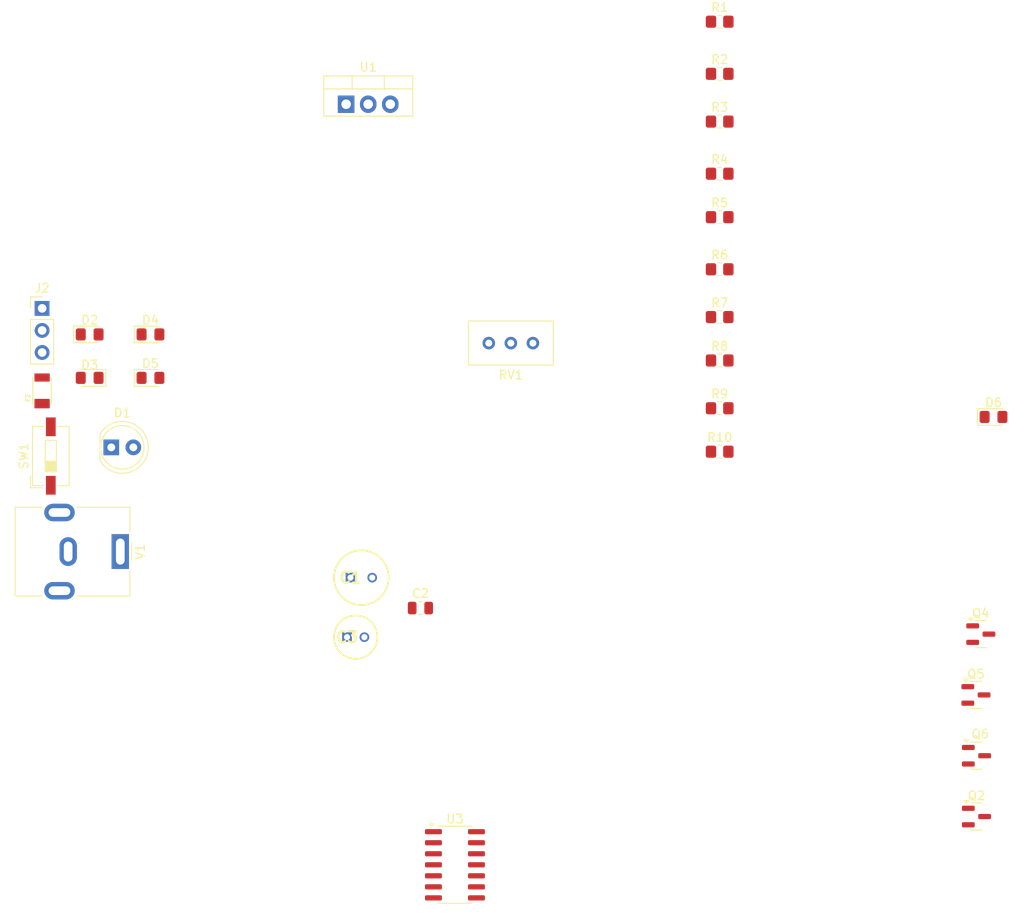
<source format=kicad_pcb>
(kicad_pcb (version 20240108) (generator "pcbnew") (generator_version "8.0")
  (title_block (title "CMPE2150 PWM Generator - nkoirala1") (date "2024-12-15") (rev "0") (company "NAIT CNT") (comment 1 "Naresh Prasad Koirala"))
  (layers (0 "F.Cu" signal) (31 "B.Cu" signal) (34 "B.Paste" user) (35 "F.Paste" user) (36 "B.SilkS" user "B.Silkscreen") (37 "F.SilkS" user "F.Silkscreen") (38 "B.Mask" user) (39 "F.Mask" user) (44 "Edge.Cuts" user))
  (net 0 "")
  (net 1 "GND")
  (net 2 "Net-(Q2-C)")
  (net 3 "Net-(D1-A)")
  (net 4 "Net-(D2-K)")
  (net 5 "Net-(D3-K)")
  (net 6 "GNDPWR")
  (net 7 "Net-(D6-K)")
  (net 8 "Net-(J2-Pin_2)")
  (net 9 "VCC")
  (net 10 "Net-(Q2-E)")
  (net 11 "Net-(Q2-B)")
  (net 12 "Net-(Q4-B)")
  (net 13 "Net-(Q4-C)")
  (net 14 "Net-(Q5-B)")
  (net 15 "Net-(R9-Pad1)")
  (net 16 "VAC")
  (net 17 "Net-(SW1-B)")
  (net 18 "Net-(U3A-+)")
  (footprint "Package_TO_SOT_SMD:SOT-23" (layer "F.Cu") (at 133.5625 100)
    (property "Reference" "Q6" (at 0.4375 -2.5 0) (layer "F.SilkS"))
    (property "Value" "2N3904")
    (fp_line (start 0 -1.56) (end -0.65 -1.56) (stroke (width 0.12)) (layer "F.SilkS"))
    (fp_line (start 0 -1.56) (end 0.65 -1.56) (stroke (width 0.12)) (layer "F.SilkS"))
    (fp_line (start 0 1.56) (end -0.65 1.56) (stroke (width 0.12)) (layer "F.SilkS"))
    (fp_line (start 0 1.56) (end 0.65 1.56) (stroke (width 0.12)) (layer "F.SilkS"))
    (fp_poly (pts (xy -1.1625 -1.51) (xy -1.4025 -1.84) (xy -0.9225 -1.84) (xy -1.1625 -1.51)) (stroke (width 0.12)) (fill solid) (layer "F.SilkS"))
    (pad "1" smd roundrect (at -0.9375 -0.95) (size 1.475 0.6) (layers "F.Cu" "F.Paste" "F.Mask") (net 1 "GND"))
    (pad "2" smd roundrect (at -0.9375 0.95) (size 1.475 0.6) (layers "F.Cu" "F.Paste" "F.Mask") (net 13 "Net-(Q4-C)"))
    (pad "3" smd roundrect (at 0.9375 0) (size 1.475 0.6) (layers "F.Cu" "F.Paste" "F.Mask") (net 2 "Net-(Q2-C)"))
  )
  (footprint "Diode_SMD:D_0805_2012Metric_Pad1.15x1.40mm_HandSolder" (layer "F.Cu") (at 31.475 56.5 180)
    (property "Reference" "D3" (at 0 1.5 0) (layer "F.SilkS"))
    (property "Value" "1N4005G")
    (fp_line (start 1 -0.96) (end -1.86 -0.96) (stroke (width 0.12)) (layer "F.SilkS"))
    (fp_line (start -1.86 0.96) (end 1 0.96) (stroke (width 0.12)) (layer "F.SilkS"))
    (fp_line (start -1.86 -0.96) (end -1.86 0.96) (stroke (width 0.12)) (layer "F.SilkS"))
    (pad "1" smd roundrect (at -1.025 0 180) (size 1.15 1.4) (layers "F.Cu" "F.Paste" "F.Mask") (roundrect_rratio 0.217391) (net 5 "Net-(D3-K)"))
    (pad "2" smd roundrect (at 1.025 0 180) (size 1.15 1.4) (layers "F.Cu" "F.Paste" "F.Mask") (roundrect_rratio 0.217391) (net 4 "Net-(D2-K)"))
  )
  (footprint "Resistor_SMD:R_0805_2012Metric_Pad1.20x1.40mm_HandSolder" (layer "F.Cu") (at 104 33)
    (property "Reference" "R4" (at 0 -1.65 0) (layer "F.SilkS"))
    (property "Value" "10kΩ")
    (fp_line (start -0.227064 -0.735) (end 0.227064 -0.735) (stroke (width 0.12)) (layer "F.SilkS"))
    (fp_line (start -0.227064 0.735) (end 0.227064 0.735) (stroke (width 0.12)) (layer "F.SilkS"))
    (pad "1" smd roundrect (at -1 0) (size 1.2 1.4) (layers "F.Cu" "F.Paste" "F.Mask") (roundrect_rratio 0.208333) (net 9 "VCC"))
    (pad "2" smd roundrect (at 1 0) (size 1.2 1.4) (layers "F.Cu" "F.Paste" "F.Mask") (roundrect_rratio 0.208333) (net 13 "Net-(Q4-C)"))
  )
  (footprint "Connector_PinHeader_2.54mm:PinHeader_1x03_P2.54mm_Vertical" (layer "F.Cu") (at 26 48.5)
    (property "Reference" "J2" (at 0 -2.33 0) (layer "F.SilkS"))
    (property "Value" "Conn_01x03_Pin")
    (fp_line (start -1.33 -1.33) (end 0 -1.33) (stroke (width 0.12)) (layer "F.SilkS"))
    (fp_line (start -1.33 0) (end -1.33 -1.33) (stroke (width 0.12)) (layer "F.SilkS"))
    (fp_line (start -1.33 1.27) (end -1.33 6.41) (stroke (width 0.12)) (layer "F.SilkS"))
    (fp_line (start -1.33 1.27) (end 1.33 1.27) (stroke (width 0.12)) (layer "F.SilkS"))
    (fp_line (start -1.33 6.41) (end 1.33 6.41) (stroke (width 0.12)) (layer "F.SilkS"))
    (fp_line (start 1.33 1.27) (end 1.33 6.41) (stroke (width 0.12)) (layer "F.SilkS"))
    (pad "1" thru_hole rect (at 0 0) (size 1.7 1.7) (drill 1) (layers "*.Cu" "*.Mask") (net 1 "GND"))
    (pad "2" thru_hole oval (at 0 2.54) (size 1.7 1.7) (drill 1) (layers "*.Cu" "*.Mask") (net 8 "Net-(J2-Pin_2)"))
    (pad "3" thru_hole oval (at 0 5.08) (size 1.7 1.7) (drill 1) (layers "*.Cu" "*.Mask") (net 9 "VCC"))
  )
  (footprint "Package_SO:SOIC-14_3.9x8.7mm_P1.27mm" (layer "F.Cu") (at 73.525 112.555)
    (property "Reference" "U3" (at 0 -5.28 0) (layer "F.SilkS"))
    (property "Value" "LM339")
    (fp_line (start 0 -4.435) (end -1.95 -4.435) (stroke (width 0.12)) (layer "F.SilkS"))
    (fp_line (start 0 -4.435) (end 1.95 -4.435) (stroke (width 0.12)) (layer "F.SilkS"))
    (fp_line (start 0 4.435) (end -1.95 4.435) (stroke (width 0.12)) (layer "F.SilkS"))
    (fp_line (start 0 4.435) (end 1.95 4.435) (stroke (width 0.12)) (layer "F.SilkS"))
    (fp_poly (pts (xy -2.7 -4.37) (xy -2.94 -4.7) (xy -2.46 -4.7) (xy -2.7 -4.37)) (stroke (width 0.12)) (fill solid) (layer "F.SilkS"))
    (pad "1" smd roundrect (at -2.475 -3.81) (size 1.95 0.6) (layers "F.Cu" "F.Paste" "F.Mask"))
    (pad "2" smd roundrect (at -2.475 -2.54) (size 1.95 0.6) (layers "F.Cu" "F.Paste" "F.Mask") (net 15 "Net-(R9-Pad1)"))
    (pad "3" smd roundrect (at -2.475 -1.27) (size 1.95 0.6) (layers "F.Cu" "F.Paste" "F.Mask") (net 9 "VCC"))
    (pad "4" smd roundrect (at -2.475 0) (size 1.95 0.6) (layers "F.Cu" "F.Paste" "F.Mask") (net 2 "Net-(Q2-C)"))
    (pad "5" smd roundrect (at -2.475 1.27) (size 1.95 0.6) (layers "F.Cu" "F.Paste" "F.Mask") (net 18 "Net-(U3A-+)"))
    (pad "6" smd roundrect (at -2.475 2.54) (size 1.95 0.6) (layers "F.Cu" "F.Paste" "F.Mask"))
    (pad "7" smd roundrect (at -2.475 3.81) (size 1.95 0.6) (layers "F.Cu" "F.Paste" "F.Mask"))
    (pad "8" smd roundrect (at 2.475 3.81) (size 1.95 0.6) (layers "F.Cu" "F.Paste" "F.Mask"))
    (pad "9" smd roundrect (at 2.475 2.54) (size 1.95 0.6) (layers "F.Cu" "F.Paste" "F.Mask"))
    (pad "10" smd roundrect (at 2.475 1.27) (size 1.95 0.6) (layers "F.Cu" "F.Paste" "F.Mask"))
    (pad "11" smd roundrect (at 2.475 0) (size 1.95 0.6) (layers "F.Cu" "F.Paste" "F.Mask"))
    (pad "12" smd roundrect (at 2.475 -1.27) (size 1.95 0.6) (layers "F.Cu" "F.Paste" "F.Mask") (net 1 "GND"))
    (pad "13" smd roundrect (at 2.475 -2.54) (size 1.95 0.6) (layers "F.Cu" "F.Paste" "F.Mask"))
    (pad "14" smd roundrect (at 2.475 -3.81) (size 1.95 0.6) (layers "F.Cu" "F.Paste" "F.Mask"))
  )
  (footprint "Potentiometer_THT:Potentiometer_Bourns_3296W_Vertical" (layer "F.Cu") (at 77.42 52.5 180)
    (property "Reference" "RV1" (at -2.54 -3.66 0) (layer "F.SilkS"))
    (property "Value" "5kΩ")
    (fp_line (start 2.345 -2.53) (end 2.345 2.54) (stroke (width 0.12)) (layer "F.SilkS"))
    (fp_line (start -7.425 2.54) (end 2.345 2.54) (stroke (width 0.12)) (layer "F.SilkS"))
    (fp_line (start -7.425 -2.53) (end 2.345 -2.53) (stroke (width 0.12)) (layer "F.SilkS"))
    (fp_line (start -7.425 -2.53) (end -7.425 2.54) (stroke (width 0.12)) (layer "F.SilkS"))
    (pad "1" thru_hole circle (at 0 0 180) (size 1.44 1.44) (drill 0.8) (layers "*.Cu" "*.Mask") (net 18 "Net-(U3A-+)"))
    (pad "2" thru_hole circle (at -2.54 0 180) (size 1.44 1.44) (drill 0.8) (layers "*.Cu" "*.Mask") (net 1 "GND"))
    (pad "3" thru_hole circle (at -5.08 0 180) (size 1.44 1.44) (drill 0.8) (layers "*.Cu" "*.Mask") (net 1 "GND"))
  )
  (footprint "Resistor_SMD:R_0805_2012Metric_Pad1.20x1.40mm_HandSolder" (layer "F.Cu") (at 104 44)
    (property "Reference" "R6" (at 0 -1.65 0) (layer "F.SilkS"))
    (property "Value" "390kΩ")
    (fp_line (start -0.227064 -0.735) (end 0.227064 -0.735) (stroke (width 0.12)) (layer "F.SilkS"))
    (fp_line (start -0.227064 0.735) (end 0.227064 0.735) (stroke (width 0.12)) (layer "F.SilkS"))
    (pad "1" smd roundrect (at -1 0) (size 1.2 1.4) (layers "F.Cu" "F.Paste" "F.Mask") (roundrect_rratio 0.208333) (net 11 "Net-(Q2-B)"))
    (pad "2" smd roundrect (at 1 0) (size 1.2 1.4) (layers "F.Cu" "F.Paste" "F.Mask") (roundrect_rratio 0.208333) (net 1 "GND"))
  )
  (footprint "Resistor_SMD:R_0805_2012Metric_Pad1.20x1.40mm_HandSolder" (layer "F.Cu") (at 104 38)
    (property "Reference" "R5" (at 0 -1.65 0) (layer "F.SilkS"))
    (property "Value" "220kΩ")
    (fp_line (start -0.227064 -0.735) (end 0.227064 -0.735) (stroke (width 0.12)) (layer "F.SilkS"))
    (fp_line (start -0.227064 0.735) (end 0.227064 0.735) (stroke (width 0.12)) (layer "F.SilkS"))
    (pad "1" smd roundrect (at -1 0) (size 1.2 1.4) (layers "F.Cu" "F.Paste" "F.Mask") (roundrect_rratio 0.208333) (net 9 "VCC"))
    (pad "2" smd roundrect (at 1 0) (size 1.2 1.4) (layers "F.Cu" "F.Paste" "F.Mask") (roundrect_rratio 0.208333) (net 11 "Net-(Q2-B)"))
  )
  (footprint "Wurth_Elektronik_10uf:Wurth_Elektronik_10uf" (layer "F.Cu") (at 61.1 86.35)
    (property "Reference" "C3" (at 0 0 0) (layer "F.SilkS") (effects (font (size 1.27 1.27) (thickness 0.254))))
    (property "Value" "10uF" (hide yes))
    (fp_circle (center 1 0) (end 1 2.5) (stroke (width 0.2)) (fill none) (layer "F.SilkS"))
    (pad "1" thru_hole rect (at 0 0) (size 1.1 1.1) (drill 0.7) (layers "*.Cu" "*.Mask") (net 9 "VCC"))
    (pad "2" thru_hole circle (at 2 0) (size 1.1 1.1) (drill 0.7) (layers "*.Cu" "*.Mask") (net 1 "GND"))
  )
  (footprint "Package_TO_SOT_SMD:SOT-23" (layer "F.Cu") (at 133.5625 107)
    (property "Reference" "Q2" (at 0 -2.4 0) (layer "F.SilkS"))
    (property "Value" "2N3906")
    (fp_line (start 0 -1.56) (end -0.65 -1.56) (stroke (width 0.12)) (layer "F.SilkS"))
    (fp_line (start 0 -1.56) (end 0.65 -1.56) (stroke (width 0.12)) (layer "F.SilkS"))
    (fp_line (start 0 1.56) (end -0.65 1.56) (stroke (width 0.12)) (layer "F.SilkS"))
    (fp_line (start 0 1.56) (end 0.65 1.56) (stroke (width 0.12)) (layer "F.SilkS"))
    (fp_poly (pts (xy -1.1625 -1.51) (xy -1.4025 -1.84) (xy -0.9225 -1.84) (xy -1.1625 -1.51)) (stroke (width 0.12)) (fill solid) (layer "F.SilkS"))
    (pad "1" smd roundrect (at -0.9375 -0.95) (size 1.475 0.6) (layers "F.Cu" "F.Paste" "F.Mask") (net 2 "Net-(Q2-C)"))
    (pad "2" smd roundrect (at -0.9375 0.95) (size 1.475 0.6) (layers "F.Cu" "F.Paste" "F.Mask") (net 11 "Net-(Q2-B)"))
    (pad "3" smd roundrect (at 0.9375 0) (size 1.475 0.6) (layers "F.Cu" "F.Paste" "F.Mask") (net 10 "Net-(Q2-E)"))
  )
  (footprint "Package_TO_SOT_THT:TO-220-3_Vertical" (layer "F.Cu") (at 61 25)
    (property "Reference" "U1" (at 2.54 -4.27 0) (layer "F.SilkS"))
    (property "Value" "LM7805_TO220")
    (fp_line (start -2.58 -3.27) (end -2.58 1.371) (stroke (width 0.12)) (layer "F.SilkS"))
    (fp_line (start -2.58 -3.27) (end 7.66 -3.27) (stroke (width 0.12)) (layer "F.SilkS"))
    (fp_line (start -2.58 -1.76) (end 7.66 -1.76) (stroke (width 0.12)) (layer "F.SilkS"))
    (fp_line (start -2.58 1.371) (end 7.66 1.371) (stroke (width 0.12)) (layer "F.SilkS"))
    (fp_line (start 0.69 -3.27) (end 0.69 -1.76) (stroke (width 0.12)) (layer "F.SilkS"))
    (fp_line (start 4.391 -3.27) (end 4.391 -1.76) (stroke (width 0.12)) (layer "F.SilkS"))
    (fp_line (start 7.66 -3.27) (end 7.66 1.371) (stroke (width 0.12)) (layer "F.SilkS"))
    (pad "1" thru_hole rect (at 0 0) (size 1.905 2) (drill 1.1) (layers "*.Cu" "*.Mask") (net 7 "Net-(D6-K)"))
    (pad "2" thru_hole oval (at 2.54 0) (size 1.905 2) (drill 1.1) (layers "*.Cu" "*.Mask") (net 1 "GND"))
    (pad "3" thru_hole oval (at 5.08 0) (size 1.905 2) (drill 1.1) (layers "*.Cu" "*.Mask") (net 9 "VCC"))
  )
  (footprint "Capacitor_SMD:C_0805_2012Metric" (layer "F.Cu") (at 69.55 83)
    (property "Reference" "C2" (at 0 -1.68 0) (layer "F.SilkS"))
    (property "Value" "0.1uF")
    (fp_line (start -0.261252 -0.735) (end 0.261252 -0.735) (stroke (width 0.12)) (layer "F.SilkS"))
    (fp_line (start -0.261252 0.735) (end 0.261252 0.735) (stroke (width 0.12)) (layer "F.SilkS"))
    (pad "1" smd roundrect (at -0.95 0) (size 1 1.45) (layers "F.Cu" "F.Paste" "F.Mask") (net 2 "Net-(Q2-C)"))
    (pad "2" smd roundrect (at 0.95 0) (size 1 1.45) (layers "F.Cu" "F.Paste" "F.Mask") (net 1 "GND"))
  )
  (footprint "Button_Switch_SMD:SW_DIP_SPSTx01_Slide_6.7x4.1mm_W6.73mm_P2.54mm_LowProfile_JPin" (layer "F.Cu") (at 27 65.5 90)
    (property "Reference" "SW1" (at 0 -3.11 90) (layer "F.SilkS"))
    (property "Value" "SW_SPST")
    (fp_line (start -3.65 -2.35) (end -2.267 -2.35) (stroke (width 0.12)) (layer "F.SilkS"))
    (fp_line (start -3.65 -2.35) (end -3.65 -0.967) (stroke (width 0.12)) (layer "F.SilkS"))
    (fp_line (start 3.41 -2.11) (end 3.41 -0.8) (stroke (width 0.12)) (layer "F.SilkS"))
    (fp_line (start -3.41 -2.11) (end 3.41 -2.11) (stroke (width 0.12)) (layer "F.SilkS"))
    (fp_line (start -3.41 -2.11) (end -3.41 -0.8) (stroke (width 0.12)) (layer "F.SilkS"))
    (fp_line (start 1.81 -0.635) (end -1.81 -0.635) (stroke (width 0.12)) (layer "F.SilkS"))
    (fp_line (start -0.603333 -0.635) (end -0.603333 0.635) (stroke (width 0.12)) (layer "F.SilkS"))
    (fp_line (start -1.81 -0.635) (end -1.81 0.635) (stroke (width 0.12)) (layer "F.SilkS"))
    (fp_line (start -1.81 -0.515) (end -0.603333 -0.515) (stroke (width 0.12)) (layer "F.SilkS"))
    (fp_line (start -1.81 -0.395) (end -0.603333 -0.395) (stroke (width 0.12)) (layer "F.SilkS"))
    (fp_line (start -1.81 -0.275) (end -0.603333 -0.275) (stroke (width 0.12)) (layer "F.SilkS"))
    (fp_line (start -1.81 -0.155) (end -0.603333 -0.155) (stroke (width 0.12)) (layer "F.SilkS"))
    (fp_line (start -1.81 -0.035) (end -0.603333 -0.035) (stroke (width 0.12)) (layer "F.SilkS"))
    (fp_line (start -1.81 0.085) (end -0.603333 0.085) (stroke (width 0.12)) (layer "F.SilkS"))
    (fp_line (start -1.81 0.205) (end -0.603333 0.205) (stroke (width 0.12)) (layer "F.SilkS"))
    (fp_line (start -1.81 0.325) (end -0.603333 0.325) (stroke (width 0.12)) (layer "F.SilkS"))
    (fp_line (start -1.81 0.445) (end -0.603333 0.445) (stroke (width 0.12)) (layer "F.SilkS"))
    (fp_line (start -1.81 0.565) (end -0.603333 0.565) (stroke (width 0.12)) (layer "F.SilkS"))
    (fp_line (start 1.81 0.635) (end 1.81 -0.635) (stroke (width 0.12)) (layer "F.SilkS"))
    (fp_line (start -1.81 0.635) (end 1.81 0.635) (stroke (width 0.12)) (layer "F.SilkS"))
    (fp_line (start 3.41 0.8) (end 3.41 2.11) (stroke (width 0.12)) (layer "F.SilkS"))
    (fp_line (start -3.41 0.8) (end -3.41 2.11) (stroke (width 0.12)) (layer "F.SilkS"))
    (fp_line (start -3.41 2.11) (end 3.41 2.11) (stroke (width 0.12)) (layer "F.SilkS"))
    (pad "1" smd rect (at -3.365 0 90) (size 2.16 1.12) (layers "F.Cu" "F.Paste" "F.Mask") (net 16 "VAC"))
    (pad "2" smd rect (at 3.365 0 90) (size 2.16 1.12) (layers "F.Cu" "F.Paste" "F.Mask") (net 17 "Net-(SW1-B)"))
  )
  (footprint "Diode_SMD:D_0805_2012Metric_Pad1.15x1.40mm_HandSolder" (layer "F.Cu") (at 31.475 51.5)
    (property "Reference" "D2" (at 0 -1.65 0) (layer "F.SilkS"))
    (property "Value" "1N4005G")
    (fp_line (start -1.86 -0.96) (end -1.86 0.96) (stroke (width 0.12)) (layer "F.SilkS"))
    (fp_line (start -1.86 0.96) (end 1 0.96) (stroke (width 0.12)) (layer "F.SilkS"))
    (fp_line (start 1 -0.96) (end -1.86 -0.96) (stroke (width 0.12)) (layer "F.SilkS"))
    (pad "1" smd roundrect (at -1.025 0) (size 1.15 1.4) (layers "F.Cu" "F.Paste" "F.Mask") (roundrect_rratio 0.217391) (net 4 "Net-(D2-K)"))
    (pad "2" smd roundrect (at 1.025 0) (size 1.15 1.4) (layers "F.Cu" "F.Paste" "F.Mask") (roundrect_rratio 0.217391) (net 1 "GND"))
  )
  (footprint "NANOSMDC016F-2:RESC3115X65N" (layer "F.Cu") (at 26 58 90)
    (property "Reference" "F2" (at -0.813098 -1.643511 90) (layer "F.SilkS") (effects (font (size 0.48104 0.48104))))
    (property "Value" "0.5_AMP")
    (fp_line (start -1.55 -1.065) (end 1.55 -1.065) (stroke (width 0.127)) (layer "F.SilkS"))
    (fp_line (start -1.55 1.065) (end 1.55 1.065) (stroke (width 0.127)) (layer "F.SilkS"))
    (pad "1" smd roundrect (at -1.465 0 90) (size 1.09 1.77) (layers "F.Cu" "F.Paste" "F.Mask") (roundrect_rratio 0.07) (net 17 "Net-(SW1-B)"))
    (pad "2" smd roundrect (at 1.54 0 90) (size 0.94 1.77) (layers "F.Cu" "F.Paste" "F.Mask") (roundrect_rratio 0.07) (net 4 "Net-(D2-K)"))
  )
  (footprint "Resistor_SMD:R_0805_2012Metric_Pad1.20x1.40mm_HandSolder" (layer "F.Cu") (at 104 54.5)
    (property "Reference" "R8" (at 0 -1.65 0) (layer "F.SilkS"))
    (property "Value" "2.2kΩ")
    (fp_line (start -0.227064 -0.735) (end 0.227064 -0.735) (stroke (width 0.12)) (layer "F.SilkS"))
    (fp_line (start -0.227064 0.735) (end 0.227064 0.735) (stroke (width 0.12)) (layer "F.SilkS"))
    (pad "1" smd roundrect (at -1 0) (size 1.2 1.4) (layers "F.Cu" "F.Paste" "F.Mask") (roundrect_rratio 0.208333) (net 9 "VCC"))
    (pad "2" smd roundrect (at 1 0) (size 1.2 1.4) (layers "F.Cu" "F.Paste" "F.Mask") (roundrect_rratio 0.208333) (net 18 "Net-(U3A-+)"))
  )
  (footprint "Resistor_SMD:R_0805_2012Metric_Pad1.20x1.40mm_HandSolder" (layer "F.Cu") (at 104 60)
    (property "Reference" "R9" (at 0 -1.65 0) (layer "F.SilkS"))
    (property "Value" "8.2kΩ")
    (fp_line (start -0.227064 -0.735) (end 0.227064 -0.735) (stroke (width 0.12)) (layer "F.SilkS"))
    (fp_line (start -0.227064 0.735) (end 0.227064 0.735) (stroke (width 0.12)) (layer "F.SilkS"))
    (pad "1" smd roundrect (at -1 0) (size 1.2 1.4) (layers "F.Cu" "F.Paste" "F.Mask") (roundrect_rratio 0.208333) (net 15 "Net-(R9-Pad1)"))
    (pad "2" smd roundrect (at 1 0) (size 1.2 1.4) (layers "F.Cu" "F.Paste" "F.Mask") (roundrect_rratio 0.208333) (net 14 "Net-(Q5-B)"))
  )
  (footprint "Diode_SMD:D_0805_2012Metric_Pad1.15x1.40mm_HandSolder" (layer "F.Cu") (at 38.475 56.5)
    (property "Reference" "D5" (at 0 -1.65 0) (layer "F.SilkS"))
    (property "Value" "1N4005G")
    (fp_line (start -1.86 -0.96) (end -1.86 0.96) (stroke (width 0.12)) (layer "F.SilkS"))
    (fp_line (start -1.86 0.96) (end 1 0.96) (stroke (width 0.12)) (layer "F.SilkS"))
    (fp_line (start 1 -0.96) (end -1.86 -0.96) (stroke (width 0.12)) (layer "F.SilkS"))
    (pad "1" smd roundrect (at -1.025 0) (size 1.15 1.4) (layers "F.Cu" "F.Paste" "F.Mask") (roundrect_rratio 0.217391) (net 5 "Net-(D3-K)"))
    (pad "2" smd roundrect (at 1.025 0) (size 1.15 1.4) (layers "F.Cu" "F.Paste" "F.Mask") (roundrect_rratio 0.217391) (net 6 "GNDPWR"))
  )
  (footprint "LED_THT:LED_D5.0mm" (layer "F.Cu") (at 33.96 64.5)
    (property "Reference" "D1" (at 1.27 -3.96 0) (layer "F.SilkS"))
    (property "Value" "GREEN")
    (fp_line (start -1.29 -1.545) (end -1.29 1.545) (stroke (width 0.12)) (layer "F.SilkS"))
    (fp_arc (start -1.29 -1.54483) (mid 2.072002 -2.880433) (end 4.26 0.000462) (stroke (width 0.12)) (layer "F.SilkS"))
    (fp_arc (start 4.26 -0.000462) (mid 2.072002 2.880433) (end -1.29 1.54483) (stroke (width 0.12)) (layer "F.SilkS"))
    (fp_circle (center 1.27 0) (end 3.77 0) (stroke (width 0.12)) (fill none) (layer "F.SilkS"))
    (pad "1" thru_hole rect (at 0 0) (size 1.8 1.8) (drill 0.9) (layers "*.Cu" "*.Mask") (net 1 "GND"))
    (pad "2" thru_hole circle (at 2.54 0) (size 1.8 1.8) (drill 0.9) (layers "*.Cu" "*.Mask") (net 3 "Net-(D1-A)"))
  )
  (footprint "Connector_BarrelJack:BarrelJack_CUI_PJ-063AH_Horizontal" (layer "F.Cu") (at 35 76.5 -90)
    (property "Reference" "V1" (at 0 -2.3 90) (layer "F.SilkS"))
    (property "Value" "VSIN")
    (fp_line (start -5.11 12.11) (end -5.11 9.05) (stroke (width 0.12)) (layer "F.SilkS"))
    (fp_line (start 5.11 12.11) (end -5.11 12.11) (stroke (width 0.12)) (layer "F.SilkS"))
    (fp_line (start 5.11 9.05) (end 5.11 12.11) (stroke (width 0.12)) (layer "F.SilkS"))
    (fp_line (start -5.11 4.95) (end -5.11 -1.11) (stroke (width 0.12)) (layer "F.SilkS"))
    (fp_line (start -5.11 -1.11) (end -2.3 -1.11) (stroke (width 0.12)) (layer "F.SilkS"))
    (fp_line (start 2.3 -1.11) (end 5.11 -1.11) (stroke (width 0.12)) (layer "F.SilkS"))
    (fp_line (start 5.11 -1.11) (end 5.11 4.95) (stroke (width 0.12)) (layer "F.SilkS"))
    (fp_line (start -1 -1.3) (end 1 -1.3) (stroke (width 0.12)) (layer "F.SilkS"))
    (pad "" np_thru_hole circle (at 0 9 270) (size 1.6 1.6) (drill 1.6) (layers "*.Cu" "*.Mask"))
    (pad "1" thru_hole rect (at 0 0 270) (size 4 2) (drill oval 3 1) (layers "*.Cu" "*.Mask") (net 16 "VAC"))
    (pad "2" thru_hole oval (at 0 6 270) (size 3.3 2) (drill oval 2.3 1) (layers "*.Cu" "*.Mask") (net 6 "GNDPWR"))
    (pad "MP" thru_hole oval (at -4.5 7 270) (size 2 3.5) (drill oval 1 2.5) (layers "*.Cu" "*.Mask"))
    (pad "MP" thru_hole oval (at 4.5 7 270) (size 2 3.5) (drill oval 1 2.5) (layers "*.Cu" "*.Mask"))
  )
  (footprint "Resistor_SMD:R_0805_2012Metric_Pad1.20x1.40mm_HandSolder" (layer "F.Cu") (at 104 65)
    (property "Reference" "R10" (at 0 -1.65 0) (layer "F.SilkS"))
    (property "Value" "180Ω")
    (fp_line (start -0.227064 -0.735) (end 0.227064 -0.735) (stroke (width 0.12)) (layer "F.SilkS"))
    (fp_line (start -0.227064 0.735) (end 0.227064 0.735) (stroke (width 0.12)) (layer "F.SilkS"))
    (pad "1" smd roundrect (at -1 0) (size 1.2 1.4) (layers "F.Cu" "F.Paste" "F.Mask") (roundrect_rratio 0.208333) (net 8 "Net-(J2-Pin_2)"))
    (pad "2" smd roundrect (at 1 0) (size 1.2 1.4) (layers "F.Cu" "F.Paste" "F.Mask") (roundrect_rratio 0.208333) (net 1 "GND"))
  )
  (footprint "Resistor_SMD:R_0805_2012Metric_Pad1.20x1.40mm_HandSolder" (layer "F.Cu") (at 104 49.5)
    (property "Reference" "R7" (at 0 -1.65 0) (layer "F.SilkS"))
    (property "Value" "22kΩ")
    (fp_line (start -0.227064 -0.735) (end 0.227064 -0.735) (stroke (width 0.12)) (layer "F.SilkS"))
    (fp_line (start -0.227064 0.735) (end 0.227064 0.735) (stroke (width 0.12)) (layer "F.SilkS"))
    (pad "1" smd roundrect (at -1 0) (size 1.2 1.4) (layers "F.Cu" "F.Paste" "F.Mask") (roundrect_rratio 0.208333) (net 9 "VCC"))
    (pad "2" smd roundrect (at 1 0) (size 1.2 1.4) (layers "F.Cu" "F.Paste" "F.Mask") (roundrect_rratio 0.208333) (net 10 "Net-(Q2-E)"))
  )
  (footprint "Resistor_SMD:R_0805_2012Metric_Pad1.20x1.40mm_HandSolder" (layer "F.Cu") (at 104 15.5)
    (property "Reference" "R1" (at 0 -1.65 0) (layer "F.SilkS"))
    (property "Value" "2.2kΩ")
    (fp_line (start -0.227064 -0.735) (end 0.227064 -0.735) (stroke (width 0.12)) (layer "F.SilkS"))
    (fp_line (start -0.227064 0.735) (end 0.227064 0.735) (stroke (width 0.12)) (layer "F.SilkS"))
    (pad "1" smd roundrect (at -1 0) (size 1.2 1.4) (layers "F.Cu" "F.Paste" "F.Mask") (roundrect_rratio 0.208333) (net 5 "Net-(D3-K)"))
    (pad "2" smd roundrect (at 1 0) (size 1.2 1.4) (layers "F.Cu" "F.Paste" "F.Mask") (roundrect_rratio 0.208333) (net 1 "GND"))
  )
  (footprint "Diode_SMD:D_0805_2012Metric_Pad1.15x1.40mm_HandSolder" (layer "F.Cu") (at 38.475 51.5)
    (property "Reference" "D4" (at 0 -1.65 0) (layer "F.SilkS"))
    (property "Value" "1N4005G")
    (fp_line (start -1.86 -0.96) (end -1.86 0.96) (stroke (width 0.12)) (layer "F.SilkS"))
    (fp_line (start -1.86 0.96) (end 1 0.96) (stroke (width 0.12)) (layer "F.SilkS"))
    (fp_line (start 1 -0.96) (end -1.86 -0.96) (stroke (width 0.12)) (layer "F.SilkS"))
    (pad "1" smd roundrect (at -1.025 0) (size 1.15 1.4) (layers "F.Cu" "F.Paste" "F.Mask") (roundrect_rratio 0.217391) (net 6 "GNDPWR"))
    (pad "2" smd roundrect (at 1.025 0) (size 1.15 1.4) (layers "F.Cu" "F.Paste" "F.Mask") (roundrect_rratio 0.217391) (net 1 "GND"))
  )
  (footprint "Resistor_SMD:R_0805_2012Metric_Pad1.20x1.40mm_HandSolder" (layer "F.Cu") (at 104 27)
    (property "Reference" "R3" (at 0 -1.65 0) (layer "F.SilkS"))
    (property "Value" "330Ω")
    (fp_line (start -0.227064 -0.735) (end 0.227064 -0.735) (stroke (width 0.12)) (layer "F.SilkS"))
    (fp_line (start -0.227064 0.735) (end 0.227064 0.735) (stroke (width 0.12)) (layer "F.SilkS"))
    (pad "1" smd roundrect (at -1 0) (size 1.2 1.4) (layers "F.Cu" "F.Paste" "F.Mask") (roundrect_rratio 0.208333) (net 9 "VCC"))
    (pad "2" smd roundrect (at 1 0) (size 1.2 1.4) (layers "F.Cu" "F.Paste" "F.Mask") (roundrect_rratio 0.208333) (net 3 "Net-(D1-A)"))
  )
  (footprint "Package_TO_SOT_SMD:SOT-23" (layer "F.Cu") (at 133.5 93)
    (property "Reference" "Q5" (at 0 -2.4 0) (layer "F.SilkS"))
    (property "Value" "2N3906")
    (fp_line (start 0 -1.56) (end -0.65 -1.56) (stroke (width 0.12)) (layer "F.SilkS"))
    (fp_line (start 0 -1.56) (end 0.65 -1.56) (stroke (width 0.12)) (layer "F.SilkS"))
    (fp_line (start 0 1.56) (end -0.65 1.56) (stroke (width 0.12)) (layer "F.SilkS"))
    (fp_line (start 0 1.56) (end 0.65 1.56) (stroke (width 0.12)) (layer "F.SilkS"))
    (fp_poly (pts (xy -1.1625 -1.51) (xy -1.4025 -1.84) (xy -0.9225 -1.84) (xy -1.1625 -1.51)) (stroke (width 0.12)) (fill solid) (layer "F.SilkS"))
    (pad "1" smd roundrect (at -0.9375 -0.95) (size 1.475 0.6) (layers "F.Cu" "F.Paste" "F.Mask") (net 9 "VCC"))
    (pad "2" smd roundrect (at -0.9375 0.95) (size 1.475 0.6) (layers "F.Cu" "F.Paste" "F.Mask") (net 14 "Net-(Q5-B)"))
    (pad "3" smd roundrect (at 0.9375 0) (size 1.475 0.6) (layers "F.Cu" "F.Paste" "F.Mask") (net 8 "Net-(J2-Pin_2)"))
  )
  (footprint "Diode_SMD:D_0805_2012Metric_Pad1.15x1.40mm_HandSolder" (layer "F.Cu") (at 135.525 61)
    (property "Reference" "D6" (at 0 -1.65 0) (layer "F.SilkS"))
    (property "Value" "1N4005G")
    (fp_line (start -1.86 -0.96) (end -1.86 0.96) (stroke (width 0.12)) (layer "F.SilkS"))
    (fp_line (start -1.86 0.96) (end 1 0.96) (stroke (width 0.12)) (layer "F.SilkS"))
    (fp_line (start 1 -0.96) (end -1.86 -0.96) (stroke (width 0.12)) (layer "F.SilkS"))
    (pad "1" smd roundrect (at -1.025 0) (size 1.15 1.4) (layers "F.Cu" "F.Paste" "F.Mask") (roundrect_rratio 0.217391) (net 7 "Net-(D6-K)"))
    (pad "2" smd roundrect (at 1.025 0) (size 1.15 1.4) (layers "F.Cu" "F.Paste" "F.Mask") (roundrect_rratio 0.217391) (net 5 "Net-(D3-K)"))
  )
  (footprint "Resistor_SMD:R_0805_2012Metric_Pad1.20x1.40mm_HandSolder" (layer "F.Cu") (at 104 21.5)
    (property "Reference" "R2" (at 0 -1.65 0) (layer "F.SilkS"))
    (property "Value" "1MΩ")
    (fp_line (start -0.227064 -0.735) (end 0.227064 -0.735) (stroke (width 0.12)) (layer "F.SilkS"))
    (fp_line (start -0.227064 0.735) (end 0.227064 0.735) (stroke (width 0.12)) (layer "F.SilkS"))
    (pad "1" smd roundrect (at -1 0) (size 1.2 1.4) (layers "F.Cu" "F.Paste" "F.Mask") (roundrect_rratio 0.208333) (net 5 "Net-(D3-K)"))
    (pad "2" smd roundrect (at 1 0) (size 1.2 1.4) (layers "F.Cu" "F.Paste" "F.Mask") (roundrect_rratio 0.208333) (net 12 "Net-(Q4-B)"))
  )
  (footprint "Package_TO_SOT_SMD:SOT-23" (layer "F.Cu") (at 134.0625 86)
    (property "Reference" "Q4" (at 0 -2.4 0) (layer "F.SilkS"))
    (property "Value" "2N3904")
    (fp_line (start 0 -1.56) (end -0.65 -1.56) (stroke (width 0.12)) (layer "F.SilkS"))
    (fp_line (start 0 -1.56) (end 0.65 -1.56) (stroke (width 0.12)) (layer "F.SilkS"))
    (fp_line (start 0 1.56) (end -0.65 1.56) (stroke (width 0.12)) (layer "F.SilkS"))
    (fp_line (start 0 1.56) (end 0.65 1.56) (stroke (width 0.12)) (layer "F.SilkS"))
    (fp_poly (pts (xy -1.1625 -1.51) (xy -1.4025 -1.84) (xy -0.9225 -1.84) (xy -1.1625 -1.51)) (stroke (width 0.12)) (fill solid) (layer "F.SilkS"))
    (pad "1" smd roundrect (at -0.9375 -0.95) (size 1.475 0.6) (layers "F.Cu" "F.Paste" "F.Mask") (net 1 "GND"))
    (pad "2" smd roundrect (at -0.9375 0.95) (size 1.475 0.6) (layers "F.Cu" "F.Paste" "F.Mask") (net 12 "Net-(Q4-B)"))
    (pad "3" smd roundrect (at 0.9375 0) (size 1.475 0.6) (layers "F.Cu" "F.Paste" "F.Mask") (net 13 "Net-(Q4-C)"))
  )
  (footprint "Wurth_Elektronik_220uf:Wurth_Elektronik_220uf" (layer "F.Cu") (at 61.5 79.5)
    (property "Reference" "C1" (at 0 0 0) (layer "F.SilkS") (effects (font (size 1.27 1.27) (thickness 0.254))))
    (property "Value" "220uF" (hide yes))
    (fp_circle (center 1.25 0) (end 1.25 3.15) (stroke (width 0.2)) (fill none) (layer "F.SilkS"))
    (pad "1" thru_hole rect (at 0 0) (size 1.1 1.1) (drill 0.7) (layers "*.Cu" "*.Mask") (net 7 "Net-(D6-K)"))
    (pad "2" thru_hole circle (at 2.5 0) (size 1.1 1.1) (drill 0.7) (layers "*.Cu" "*.Mask") (net 1 "GND"))
  )
)
</source>
